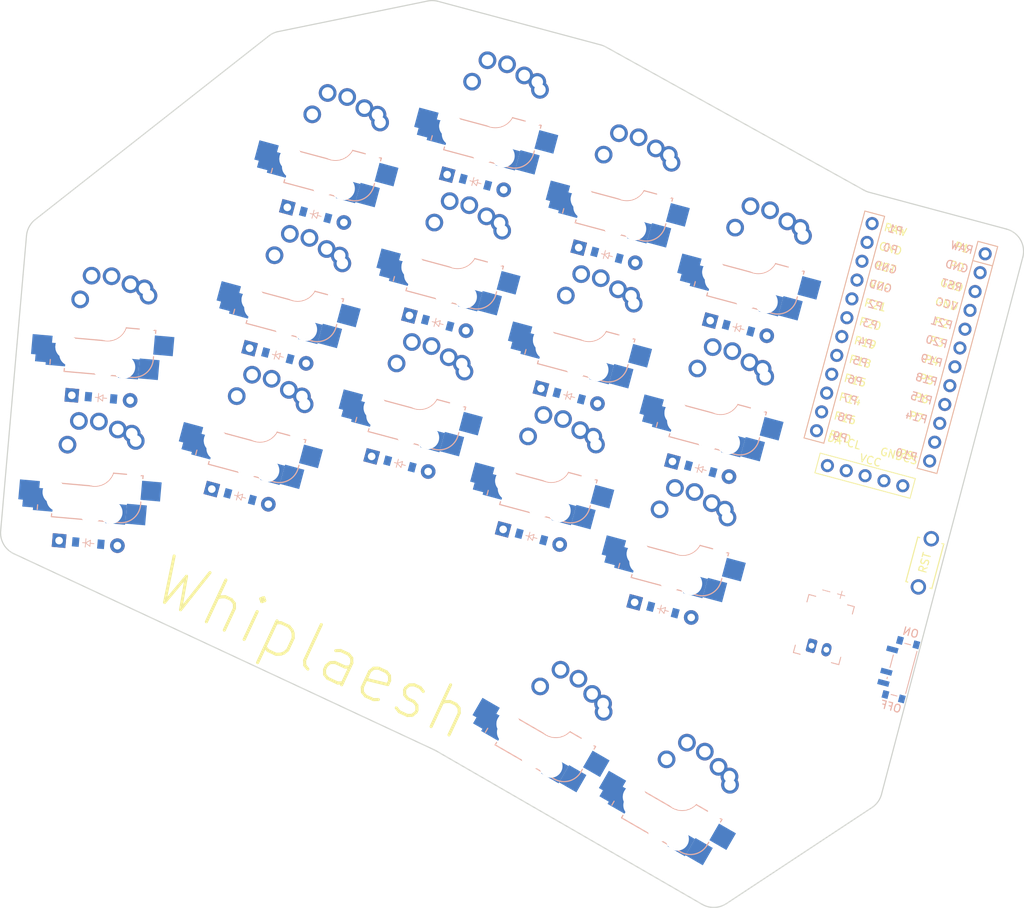
<source format=kicad_pcb>


(kicad_pcb
  (version 20240108)
  (generator "ergogen")
  (generator_version "4.1.0")
  (general
    (thickness 1.6)
    (legacy_teardrops no)
  )
  (paper "A3")
  (title_block
    (title "left")
    (date "2024-10-26")
    (rev "v1.0.0")
    (company "Unknown")
  )

  (layers
    (0 "F.Cu" signal)
    (31 "B.Cu" signal)
    (32 "B.Adhes" user "B.Adhesive")
    (33 "F.Adhes" user "F.Adhesive")
    (34 "B.Paste" user)
    (35 "F.Paste" user)
    (36 "B.SilkS" user "B.Silkscreen")
    (37 "F.SilkS" user "F.Silkscreen")
    (38 "B.Mask" user)
    (39 "F.Mask" user)
    (40 "Dwgs.User" user "User.Drawings")
    (41 "Cmts.User" user "User.Comments")
    (42 "Eco1.User" user "User.Eco1")
    (43 "Eco2.User" user "User.Eco2")
    (44 "Edge.Cuts" user)
    (45 "Margin" user)
    (46 "B.CrtYd" user "B.Courtyard")
    (47 "F.CrtYd" user "F.Courtyard")
    (48 "B.Fab" user)
    (49 "F.Fab" user)
  )

  (setup
    (pad_to_mask_clearance 0.05)
    (allow_soldermask_bridges_in_footprints no)
    (pcbplotparams
      (layerselection 0x00010fc_ffffffff)
      (plot_on_all_layers_selection 0x0000000_00000000)
      (disableapertmacros no)
      (usegerberextensions no)
      (usegerberattributes yes)
      (usegerberadvancedattributes yes)
      (creategerberjobfile yes)
      (dashed_line_dash_ratio 12.000000)
      (dashed_line_gap_ratio 3.000000)
      (svgprecision 4)
      (plotframeref no)
      (viasonmask no)
      (mode 1)
      (useauxorigin no)
      (hpglpennumber 1)
      (hpglpenspeed 20)
      (hpglpendiameter 15.000000)
      (pdf_front_fp_property_popups yes)
      (pdf_back_fp_property_popups yes)
      (dxfpolygonmode yes)
      (dxfimperialunits yes)
      (dxfusepcbnewfont yes)
      (psnegative no)
      (psa4output no)
      (plotreference yes)
      (plotvalue yes)
      (plotfptext yes)
      (plotinvisibletext no)
      (sketchpadsonfab no)
      (subtractmaskfromsilk no)
      (outputformat 1)
      (mirror no)
      (drillshape 1)
      (scaleselection 1)
      (outputdirectory "")
    )
  )

  (net 0 "")
(net 1 "pinky_bottom")
(net 2 "pinky_home")
(net 3 "ring_bottom")
(net 4 "ring_home")
(net 5 "ring_top")
(net 6 "middle_bottom")
(net 7 "middle_home")
(net 8 "middle_top")
(net 9 "index_bottom")
(net 10 "index_home")
(net 11 "index_top")
(net 12 "inner_bottom")
(net 13 "inner_home")
(net 14 "inner_top")
(net 15 "left_cluster")
(net 16 "right_cluster")
(net 17 "RAW")
(net 18 "GND")
(net 19 "RST")
(net 20 "VCC")
(net 21 "P21")
(net 22 "P20")
(net 23 "P19")
(net 24 "P18")
(net 25 "P15")
(net 26 "P14")
(net 27 "P16")
(net 28 "P10")
(net 29 "P1")
(net 30 "P0")
(net 31 "P2")
(net 32 "P3")
(net 33 "P4")
(net 34 "P5")
(net 35 "P6")
(net 36 "P7")
(net 37 "P8")
(net 38 "P9")
(net 39 "P101")
(net 40 "P102")
(net 41 "P107")
(net 42 "MCU1_24")
(net 43 "MCU1_1")
(net 44 "MCU1_23")
(net 45 "MCU1_2")
(net 46 "MCU1_22")
(net 47 "MCU1_3")
(net 48 "MCU1_21")
(net 49 "MCU1_4")
(net 50 "MCU1_20")
(net 51 "MCU1_5")
(net 52 "MCU1_19")
(net 53 "MCU1_6")
(net 54 "MCU1_18")
(net 55 "MCU1_7")
(net 56 "MCU1_17")
(net 57 "MCU1_8")
(net 58 "MCU1_16")
(net 59 "MCU1_9")
(net 60 "MCU1_15")
(net 61 "MCU1_10")
(net 62 "MCU1_14")
(net 63 "MCU1_11")
(net 64 "MCU1_13")
(net 65 "MCU1_12")
(net 66 "MOSI,")
(net 67 "SCK,")
(net 68 "VCC,")
(net 69 "GND,")
(net 70 "CS,")
(net 71 "DISP1_1")
(net 72 "DISP1_2")
(net 73 "DISP1_4")
(net 74 "DISP1_5")
(net 75 "BAT_P")
(net 76 "JST1_1")
(net 77 "JST1_2")

  
        
            (footprint "ks27-choc-v1-mx-soldered-and-hotswap" (layer "F.Cu") (at 59.7672477 128.1712764 -5))
        

        
            (footprint "ks27-choc-v1-mx-soldered-and-hotswap" (layer "F.Cu") (at 61.4232068 109.2435771 -5))
        

        
            (footprint "ks27-choc-v1-mx-soldered-and-hotswap" (layer "F.Cu") (at 81.2501005 122.4217517 -15))
        

        
            (footprint "ks27-choc-v1-mx-soldered-and-hotswap" (layer "F.Cu") (at 86.1676624 104.069161 -15))
        

        
            (footprint "ks27-choc-v1-mx-soldered-and-hotswap" (layer "F.Cu") (at 91.0852243 85.7165703 -15))
        

        
            (footprint "ks27-choc-v1-mx-soldered-and-hotswap" (layer "F.Cu") (at 102.0614722 118.1630183 -15))
        

        
            (footprint "ks27-choc-v1-mx-soldered-and-hotswap" (layer "F.Cu") (at 106.979034 99.8104276 -15))
        

        
            (footprint "ks27-choc-v1-mx-soldered-and-hotswap" (layer "F.Cu") (at 111.8965959 81.4578368 -15))
        

        
            (footprint "ks27-choc-v1-mx-soldered-and-hotswap" (layer "F.Cu") (at 119.1846724 127.6687278 -15))
        

        
            (footprint "ks27-choc-v1-mx-soldered-and-hotswap" (layer "F.Cu") (at 124.1022343 109.3161371 -15))
        

        
            (footprint "ks27-choc-v1-mx-soldered-and-hotswap" (layer "F.Cu") (at 129.0197962 90.9635464 -15))
        

        
            (footprint "ks27-choc-v1-mx-soldered-and-hotswap" (layer "F.Cu") (at 136.3078727 137.1744373 -15))
        

        
            (footprint "ks27-choc-v1-mx-soldered-and-hotswap" (layer "F.Cu") (at 141.2254346 118.8218465 -15))
        

        
            (footprint "ks27-choc-v1-mx-soldered-and-hotswap" (layer "F.Cu") (at 146.1429964 100.4692558 -15))
        

        
            (footprint "ks27-choc-v1-mx-soldered-and-hotswap" (layer "F.Cu") (at 119.7666536 160.9071072 -30))
        

        
            (footprint "ks27-choc-v1-mx-soldered-and-hotswap" (layer "F.Cu") (at 136.2211363 170.4071072 -30))
        

    (footprint "ceoloide:diode_tht_sod123" (layer "B.Cu") (at 58.8956903 138.13322340000002 -5))
        

    (footprint "ceoloide:diode_tht_sod123" (layer "B.Cu") (at 60.5516494 119.20552409999999 -5))
        

    (footprint "ceoloide:diode_tht_sod123" (layer "B.Cu") (at 78.66191 132.08101 -15))
        

    (footprint "ceoloide:diode_tht_sod123" (layer "B.Cu") (at 83.5794719 113.7284193 -15))
        

    (footprint "ceoloide:diode_tht_sod123" (layer "B.Cu") (at 88.4970338 95.3758286 -15))
        

    (footprint "ceoloide:diode_tht_sod123" (layer "B.Cu") (at 99.4732817 127.82227660000001 -15))
        

    (footprint "ceoloide:diode_tht_sod123" (layer "B.Cu") (at 104.3908435 109.4696859 -15))
        

    (footprint "ceoloide:diode_tht_sod123" (layer "B.Cu") (at 109.3084054 91.1170951 -15))
        

    (footprint "ceoloide:diode_tht_sod123" (layer "B.Cu") (at 116.5964819 137.3279861 -15))
        

    (footprint "ceoloide:diode_tht_sod123" (layer "B.Cu") (at 121.51404380000001 118.97539540000001 -15))
        

    (footprint "ceoloide:diode_tht_sod123" (layer "B.Cu") (at 126.4316057 100.6228047 -15))
        

    (footprint "ceoloide:diode_tht_sod123" (layer "B.Cu") (at 133.7196822 146.8336956 -15))
        

    (footprint "ceoloide:diode_tht_sod123" (layer "B.Cu") (at 138.6372441 128.4811048 -15))
        

    (footprint "ceoloide:diode_tht_sod123" (layer "B.Cu") (at 143.5548059 110.1285141 -15))
        

    
    
  (footprint "ceoloide:mcu_nice_nano" (layer "F.Cu") (at 165.02769229999998 110.7420104 -15))

  
  
    

  (footprint "ceoloide:display_nice_view" (layer F.Cu) (at 164.36382139999998 113.2196101 -15))
    

    (footprint "ceoloide:battery_connector_jst_ph_2" (layer "B.Cu") (at 154.03694149999998 151.7600506 165))
        

  (module "ceoloide:reset_switch_tht_top"
    (layer F.Cu)
    (at 167.8190378 140.7002666 75)
    (property "Reference" "RST1"
      (at 0 2.55 165)
      (layer "F.SilkS")
      hide
      (effects (font (size 1 1) (thickness 0.15)))
    )
        
    (fp_text user "RST" (at 0 0 75) (layer "F.SilkS") (effects (font (size 1 1) (thickness 0.15))))
    (fp_line (start -3 1.75) (end 3 1.75) (layer "F.SilkS") (stroke (width 0.15) (type solid)))
    (fp_line (start 3 1.75) (end 3 1.5) (layer "F.SilkS") (stroke (width 0.15) (type solid)))
    (fp_line (start -3 1.75) (end -3 1.5) (layer "F.SilkS") (stroke (width 0.15) (type solid)))
    (fp_line (start -3 -1.75) (end -3 -1.5) (layer "F.SilkS") (stroke (width 0.15) (type solid)))
    (fp_line (start -3 -1.75) (end 3 -1.75) (layer "F.SilkS") (stroke (width 0.15) (type solid)))
    (fp_line (start 3 -1.75) (end 3 -1.5) (layer "F.SilkS") (stroke (width 0.15) (type solid)))
        
    (pad "2" thru_hole circle (at -3.25 0 75) (size 2 2) (drill 1.3) (layers "*.Cu" "*.Mask") (net 18 "GND"))
    (pad "1" thru_hole circle (at 3.25 0 75) (size 2 2) (drill 1.3) (layers "*.Cu" "*.Mask") (net 19 "RST"))
  )
        

  (footprint "ceoloide:power_switch_smd_side" (layer "B.Cu") (at 164.6814441 154.6122365 -15))
    

  (gr_text "Whiplaesh"
    (at 88.12995699999999 151.80355020000002 -25)
    (layer "F.SilkS" )
    (effects
      (font 
        (size 6 6)
        (thickness 0.4)
        
        
      )
      
    )
  )
      
  (gr_line (start 162.1812717967182 170.83886384611117) (end 180.57382675056405 100.88049252787857) (layer Edge.Cuts) (stroke (width 0.15) (type default)))
(gr_line (start 178.4488812068537 97.21991551604242) (end 160.58429519804668 92.43311406626069) (layer Edge.Cuts) (stroke (width 0.15) (type default)))
(gr_line (start 159.90466389573896 92.15827512908122) (end 126.30406041014656 73.50536147418607) (layer Edge.Cuts) (stroke (width 0.15) (type default)))
(gr_line (start 125.6244291078389 73.2305225370066) (end 104.44894032825302 67.55656745360284) (layer Edge.Cuts) (stroke (width 0.15) (type default)))
(gr_line (start 103.07104208093249 67.51525179556435) (end 83.64873328247222 71.4897345311159) (layer Edge.Cuts) (stroke (width 0.15) (type default)))
(gr_line (start 82.39568103630675 72.07068135604638) (end 51.9901542807868 95.98219441924152) (layer Edge.Cuts) (stroke (width 0.15) (type default)))
(gr_line (start 50.856063633891665 98.07887366989121) (end 47.491717584718295 136.53352500188612) (layer Edge.Cuts) (stroke (width 0.15) (type default)))
(gr_line (start 49.211311949622335 139.5133858822094) (end 103.93924198695548 165.0612592215044) (layer Edge.Cuts) (stroke (width 0.15) (type default)))
(gr_line (start 104.17025224317712 165.181576801068) (end 138.82472899523952 185.18934831492155) (layer Edge.Cuts) (stroke (width 0.15) (type default)))
(gr_line (start 141.9776987108613 185.09480783858186) (end 160.93283893693095 172.57960007623655) (layer Edge.Cuts) (stroke (width 0.15) (type default)))
(gr_arc (start 180.57382677515503 100.88049253434369) (mid 180.26696057515503 98.61157843434368) (end 178.448881175155 97.21991553434368) (layer Edge.Cuts) (stroke (width 0.15) (type default)))
(gr_arc (start 159.90466392974534 92.15827514795939) (mid 160.23605282974535 92.31653254795938) (end 160.58429522974535 92.43311404795939) (layer Edge.Cuts) (stroke (width 0.15) (type default)))
(gr_arc (start 126.30406037614016 73.50536145530788) (mid 125.97267147614015 73.34710405530788) (end 125.62442907614015 73.23052255530787) (layer Edge.Cuts) (stroke (width 0.15) (type default)))
(gr_arc (start 104.44894029655427 67.5565674719041) (mid 103.76239649655427 67.4556926719041) (end 103.07104209655428 67.51525187190411) (layer Edge.Cuts) (stroke (width 0.15) (type default)))
(gr_arc (start 83.64873329809402 71.48973460745565) (mid 82.98831929809401 71.70711480745564) (end 82.39568109809402 72.07068140745564) (layer Edge.Cuts) (stroke (width 0.15) (type default)))
(gr_arc (start 51.990154342574066 95.98219447065078) (mid 51.20592344257407 96.91305877065078) (end 50.85606364257407 98.07887367065078) (layer Edge.Cuts) (stroke (width 0.15) (type default)))
(gr_arc (start 47.4917175934007 136.53352500264577) (mid 47.8819124934007 138.29444980264577) (end 49.2113118934007 139.51338590264578) (layer Edge.Cuts) (stroke (width 0.15) (type default)))
(gr_arc (start 104.17025224317713 165.18157680106796) (mid 104.05605354317713 165.11890970106796) (end 103.93924204317713 165.06125920106797) (layer Edge.Cuts) (stroke (width 0.15) (type default)))
(gr_arc (start 138.8247289952395 185.18934831492155) (mid 140.4146422952395 185.58992441492154) (end 141.9776986952395 185.09480781492152) (layer Edge.Cuts) (stroke (width 0.15) (type default)))
(gr_arc (start 160.93283892130918 172.57960005257627) (mid 161.71772022130918 171.82445865257628) (end 162.1812718213092 170.83886385257628) (layer Edge.Cuts) (stroke (width 0.15) (type default)))

)


</source>
